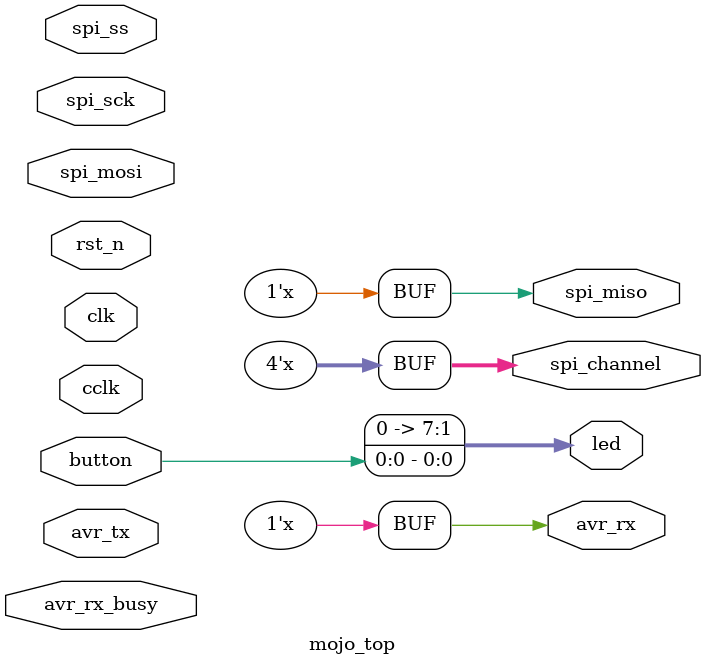
<source format=v>
module mojo_top(
    // 50MHz clock input
    input clk,
    // Input from reset button (active low)
    input rst_n,
    // cclk input from AVR, high when AVR is ready
    input cclk,
    // Outputs to the 8 onboard LEDs
    output[7:0]led,
    // AVR SPI connections
    output spi_miso,
    input spi_ss,
    input spi_mosi,
    input spi_sck,
    // AVR ADC channel select
    output [3:0] spi_channel,
    // Serial connections
    input avr_tx, // AVR Tx => FPGA Rx
    output avr_rx, // AVR Rx => FPGA Tx
    input avr_rx_busy, // AVR Rx buffer full
	 input button
    );

wire rst = ~rst_n; // make reset active high

// these signals should be high-z when not used
assign spi_miso = 1'bz;
assign avr_rx = 1'bz;
assign spi_channel = 4'bzzzz;

assign led[7:1] = 7'b0;
assign led[0] = button;

endmodule
</source>
